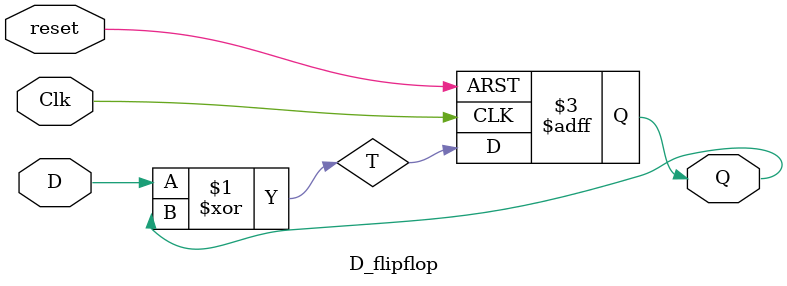
<source format=v>
`timescale 1ns / 1ps

/*
module task7(Clk, T, Q);
    input T, Clk;
    output  Q;
    
    

    
    T_flipflop t7(T, Clk,Q);

    

endmodule
*/
module task7(T, Clk, reset, out);
    input T, Clk, reset;
    output [7:0] out;
    //output Q_out;
    /*
    wire in0; wire in1; wire in2; wire in3; wire in4; wire in5; wire in6; wire in7;
    wire in00; wire in11; wire in22; wire in33; wire in44; wire in55; wire in66; 
    */
    assign t1_in = T & out[7];
    assign t2_in = t1_in & out[6];
    assign t3_in = t2_in & out[5];
    assign t4_in = t3_in & out[4];
    assign t5_in = t4_in & out[3];
    assign t6_in = t5_in & out[2];
    assign t7_in = t6_in & out[1];
    
    D_flipflop t0(T, Clk, reset,     out[7]);
    D_flipflop t1(t1_in, Clk, reset, out[6]);
    D_flipflop t2(t2_in, Clk, reset, out[5]);
    D_flipflop t3(t3_in, Clk, reset, out[4]);
    D_flipflop t4(t4_in, Clk, reset, out[3]);
    D_flipflop t5(t5_in, Clk, reset, out[2]);
    D_flipflop t6(t6_in, Clk, reset, out[1]);
    D_flipflop t7(t7_in, Clk, reset, out[0]);

    
    
endmodule

module D_flipflop(D, Clk,reset, Q);
    input D, Clk, reset;
    output reg Q;
    wire T;
   // output reg Q_out;
    assign T = D ^ Q;
    always @ ( posedge Clk or posedge reset)
    if(reset)
    begin 
        Q <=8'b00000000;
        //Q_out <= 1'b1;
    end
    else
    begin
        Q<=T;
        //Q_out <= ~D;
    end        
            
endmodule




</source>
